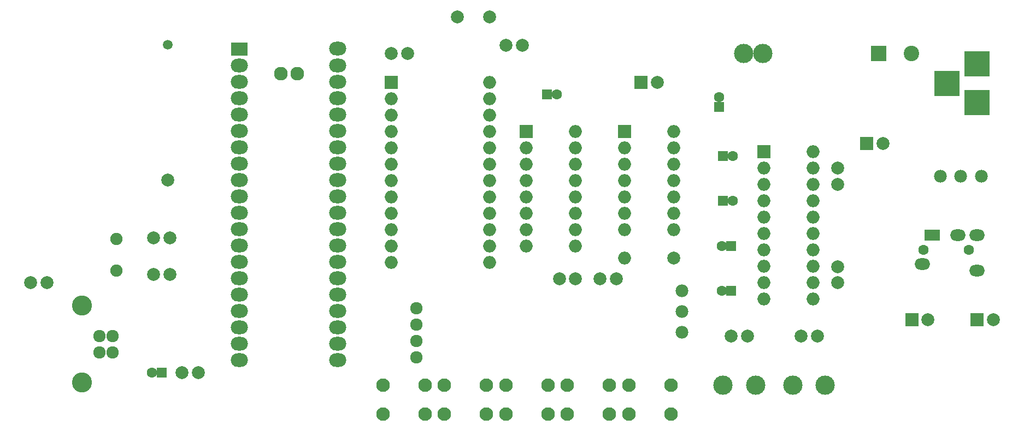
<source format=gbr>
G04 #@! TF.FileFunction,Soldermask,Bot*
%FSLAX46Y46*%
G04 Gerber Fmt 4.6, Leading zero omitted, Abs format (unit mm)*
G04 Created by KiCad (PCBNEW 4.0.7) date 02/25/18 21:11:53*
%MOMM*%
%LPD*%
G01*
G04 APERTURE LIST*
%ADD10C,0.100000*%
%ADD11C,2.000000*%
%ADD12R,1.600000X1.600000*%
%ADD13C,1.600000*%
%ADD14R,2.400000X2.400000*%
%ADD15C,2.400000*%
%ADD16R,2.000000X2.000000*%
%ADD17C,1.500000*%
%ADD18R,3.900000X3.900000*%
%ADD19O,2.400000X1.800000*%
%ADD20R,2.400000X1.800000*%
%ADD21C,1.920000*%
%ADD22C,3.100000*%
%ADD23C,3.000000*%
%ADD24O,2.000000X2.000000*%
%ADD25C,1.974800*%
%ADD26C,2.100000*%
%ADD27R,2.650000X2.127200*%
%ADD28O,2.650000X2.127200*%
%ADD29O,2.127200X2.127200*%
%ADD30C,1.924000*%
%ADD31C,1.900000*%
G04 APERTURE END LIST*
D10*
D11*
X149860000Y-57150000D03*
X152360000Y-57150000D03*
X147320000Y-52705000D03*
X142320000Y-52705000D03*
X99695000Y-107950000D03*
X102195000Y-107950000D03*
D12*
X96520000Y-107950000D03*
D13*
X95020000Y-107950000D03*
D14*
X207645000Y-58420000D03*
D15*
X212645000Y-58420000D03*
D16*
X205740000Y-72390000D03*
D11*
X208240000Y-72390000D03*
X78740000Y-93980000D03*
X76240000Y-93980000D03*
X95250000Y-92710000D03*
X97750000Y-92710000D03*
X95250000Y-86995000D03*
X97750000Y-86995000D03*
D12*
X156210000Y-64770000D03*
D13*
X157710000Y-64770000D03*
D11*
X132080000Y-58420000D03*
X134580000Y-58420000D03*
D12*
X182880000Y-66675000D03*
D13*
X182880000Y-65175000D03*
D11*
X164465000Y-93345000D03*
X166965000Y-93345000D03*
X160655000Y-93345000D03*
X158155000Y-93345000D03*
D12*
X183515000Y-74295000D03*
D13*
X185015000Y-74295000D03*
D12*
X183515000Y-81280000D03*
D13*
X185015000Y-81280000D03*
D12*
X184785000Y-88265000D03*
D13*
X183285000Y-88265000D03*
D12*
X184785000Y-95250000D03*
D13*
X183285000Y-95250000D03*
D11*
X201295000Y-93980000D03*
X201295000Y-91480000D03*
X201295000Y-76200000D03*
X201295000Y-78700000D03*
X184785000Y-102235000D03*
X187285000Y-102235000D03*
X198120000Y-102235000D03*
X195620000Y-102235000D03*
D16*
X222885000Y-99695000D03*
D11*
X225385000Y-99695000D03*
D16*
X212765000Y-99695000D03*
D11*
X215265000Y-99695000D03*
D16*
X170815000Y-62865000D03*
D11*
X173315000Y-62865000D03*
X97440000Y-78080000D03*
D17*
X97440000Y-57080000D03*
D18*
X222885000Y-66040000D03*
X222885000Y-60040000D03*
X218185000Y-63040000D03*
D19*
X222885000Y-92075000D03*
X214385000Y-91075000D03*
D20*
X215885000Y-86575000D03*
D19*
X219885000Y-86575000D03*
X222885000Y-86575000D03*
D13*
X221585000Y-88875000D03*
X214585000Y-88875000D03*
D21*
X88900000Y-102235000D03*
X88900000Y-104775000D03*
X86900000Y-104775000D03*
X86900000Y-102235000D03*
D22*
X84200000Y-97505000D03*
X84200000Y-109505000D03*
D23*
X186690000Y-58420000D03*
X189690000Y-58420000D03*
X183515000Y-109855000D03*
X188515000Y-109855000D03*
X194310000Y-109855000D03*
X199310000Y-109855000D03*
D11*
X175895000Y-90170000D03*
D24*
X168275000Y-90170000D03*
D25*
X217144200Y-77470000D03*
X220344600Y-77470000D03*
X223545000Y-77470000D03*
X177165000Y-101650800D03*
X177165000Y-98450400D03*
X177165000Y-95250000D03*
D26*
X146835000Y-114355000D03*
X140335000Y-114355000D03*
X146835000Y-109855000D03*
X140335000Y-109855000D03*
X156360000Y-114355000D03*
X149860000Y-114355000D03*
X156360000Y-109855000D03*
X149860000Y-109855000D03*
X165885000Y-114355000D03*
X159385000Y-114355000D03*
X165885000Y-109855000D03*
X159385000Y-109855000D03*
X137310000Y-114355000D03*
X130810000Y-114355000D03*
X137310000Y-109855000D03*
X130810000Y-109855000D03*
X175410000Y-114355000D03*
X168910000Y-114355000D03*
X175410000Y-109855000D03*
X168910000Y-109855000D03*
D27*
X108585000Y-57734200D03*
D28*
X108585000Y-60274200D03*
X108585000Y-62814200D03*
X108585000Y-65354200D03*
X108585000Y-67894200D03*
X108585000Y-70434200D03*
X108585000Y-72974200D03*
X108585000Y-75514200D03*
X108585000Y-78054200D03*
X108585000Y-80594200D03*
X108585000Y-83134200D03*
X108585000Y-85674200D03*
X108585000Y-88214200D03*
X108585000Y-90754200D03*
X108585000Y-93294200D03*
X108585000Y-95834200D03*
X108585000Y-98374200D03*
X108585000Y-100914200D03*
X108585000Y-103454200D03*
X108585000Y-105994200D03*
X123825000Y-105994200D03*
X123825000Y-103454200D03*
X123825000Y-100914200D03*
X123825000Y-98374200D03*
X123825000Y-95834200D03*
X123825000Y-93294200D03*
X123825000Y-90754200D03*
X123825000Y-88214200D03*
X123825000Y-85674200D03*
X123825000Y-83134200D03*
X123825000Y-80594200D03*
X123825000Y-78054200D03*
X123825000Y-75514200D03*
X123825000Y-72974200D03*
X123825000Y-70434200D03*
X123825000Y-67894200D03*
X123825000Y-65354200D03*
X123825000Y-62814200D03*
X123825000Y-60274200D03*
X123825000Y-57683400D03*
D29*
X117485000Y-61544200D03*
X114945000Y-61544200D03*
D30*
X135985000Y-105600000D03*
X135985000Y-103060000D03*
X135985000Y-100520000D03*
X135985000Y-97980000D03*
D16*
X132080000Y-62865000D03*
D24*
X147320000Y-90805000D03*
X132080000Y-65405000D03*
X147320000Y-88265000D03*
X132080000Y-67945000D03*
X147320000Y-85725000D03*
X132080000Y-70485000D03*
X147320000Y-83185000D03*
X132080000Y-73025000D03*
X147320000Y-80645000D03*
X132080000Y-75565000D03*
X147320000Y-78105000D03*
X132080000Y-78105000D03*
X147320000Y-75565000D03*
X132080000Y-80645000D03*
X147320000Y-73025000D03*
X132080000Y-83185000D03*
X147320000Y-70485000D03*
X132080000Y-85725000D03*
X147320000Y-67945000D03*
X132080000Y-88265000D03*
X147320000Y-65405000D03*
X132080000Y-90805000D03*
X147320000Y-62865000D03*
D16*
X153035000Y-70485000D03*
D24*
X160655000Y-88265000D03*
X153035000Y-73025000D03*
X160655000Y-85725000D03*
X153035000Y-75565000D03*
X160655000Y-83185000D03*
X153035000Y-78105000D03*
X160655000Y-80645000D03*
X153035000Y-80645000D03*
X160655000Y-78105000D03*
X153035000Y-83185000D03*
X160655000Y-75565000D03*
X153035000Y-85725000D03*
X160655000Y-73025000D03*
X153035000Y-88265000D03*
X160655000Y-70485000D03*
D16*
X168275000Y-70485000D03*
D24*
X175895000Y-85725000D03*
X168275000Y-73025000D03*
X175895000Y-83185000D03*
X168275000Y-75565000D03*
X175895000Y-80645000D03*
X168275000Y-78105000D03*
X175895000Y-78105000D03*
X168275000Y-80645000D03*
X175895000Y-75565000D03*
X168275000Y-83185000D03*
X175895000Y-73025000D03*
X168275000Y-85725000D03*
X175895000Y-70485000D03*
D16*
X189865000Y-73660000D03*
D24*
X197485000Y-96520000D03*
X189865000Y-76200000D03*
X197485000Y-93980000D03*
X189865000Y-78740000D03*
X197485000Y-91440000D03*
X189865000Y-81280000D03*
X197485000Y-88900000D03*
X189865000Y-83820000D03*
X197485000Y-86360000D03*
X189865000Y-86360000D03*
X197485000Y-83820000D03*
X189865000Y-88900000D03*
X197485000Y-81280000D03*
X189865000Y-91440000D03*
X197485000Y-78740000D03*
X189865000Y-93980000D03*
X197485000Y-76200000D03*
X189865000Y-96520000D03*
X197485000Y-73660000D03*
D31*
X89535000Y-92075000D03*
X89535000Y-87195000D03*
M02*

</source>
